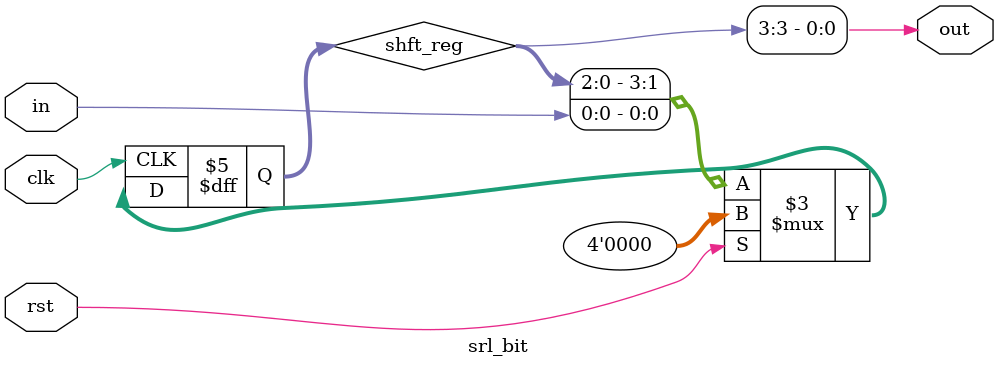
<source format=sv>
`timescale 1ns / 1ps


// Shift register line (SRL)
module srl_bit #(

// Описание параметров
    parameter CLK_CYCL = 4

) (

// Описание портов
    input logic clk,
    input logic rst,
    input logic in,
    output logic out

);

// Описание логики

    logic [CLK_CYCL - 1 : 0] shft_reg;

    always_ff @(posedge clk) begin
        if(rst)
            shft_reg <= 0;
        else
            shft_reg <= {shft_reg, in};
    end

    assign out = shft_reg[CLK_CYCL - 1];

endmodule

</source>
